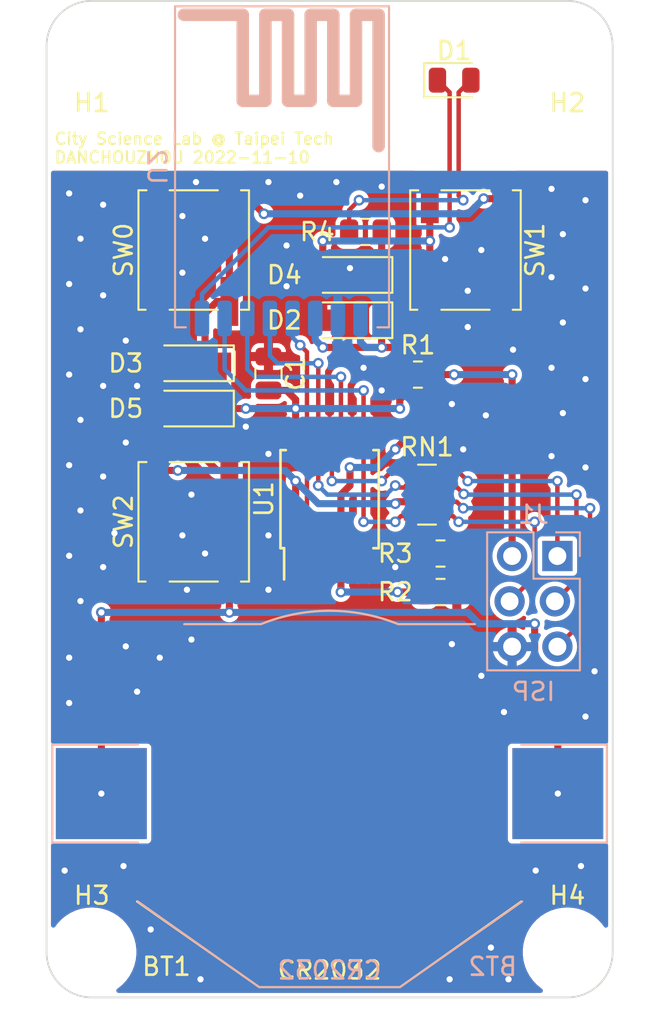
<source format=kicad_pcb>
(kicad_pcb (version 20211014) (generator pcbnew)
  (layers (0 "F.Cu" signal) (31 "B.Cu" signal) (34 "B.Paste" user) (35 "F.Paste" user) (36 "B.SilkS" user "B.Silkscreen") (37 "F.SilkS" user "F.Silkscreen") (38 "B.Mask" user) (39 "F.Mask" user) (44 "Edge.Cuts" user))
  (net 0 "")
  (net 1 "GND")
  (net 2 "VDD")
  (net 3 "/SW1")
  (net 4 "Net-(J1-Pad1)")
  (net 5 "Net-(J1-Pad3)")
  (net 6 "Net-(J1-Pad4)")
  (net 7 "Net-(J1-Pad5)")
  (net 8 "/DO")
  (net 9 "/SCK")
  (net 10 "Net-(BT1-Pad1)")
  (net 11 "Net-(J1-Pad2)")
  (net 12 "/RST")
  (net 13 "/LED")
  (net 14 "Net-(D1-Pad2)")
  (net 15 "/DI")
  (net 16 "Net-(U1-Pad2)")
  (net 17 "Net-(D3-Pad2)")
  (footprint "Diode_SMD:D_SOD-123" (layer "F.Cu") (at 8.255 22.86 180)
    (fp_text reference "D5" (at 3.81 0) (layer "F.SilkS"))
    (fp_text value "D")
    (fp_line (start -2.25 -1) (end -2.25 1) (layer "F.SilkS") (width 0.12))
    (fp_line (start -2.25 -1) (end 1.65 -1) (layer "F.SilkS") (width 0.12))
    (fp_line (start -2.25 1) (end 1.65 1) (layer "F.SilkS") (width 0.12))
    (pad "1" smd rect (at -1.65 0 180) (size 0.9 1.2) (layers "F.Cu" "F.Paste" "F.Mask") (net 2 "VDD"))
    (pad "2" smd rect (at 1.65 0 180) (size 0.9 1.2) (layers "F.Cu" "F.Paste" "F.Mask") (net 12 "/RST"))
  )
  (footprint "Button_Switch_SMD:SW_SPST_EVQP0" (layer "F.Cu") (at 23.495 13.97 -90)
    (fp_text reference "SW1" (at 0 -3.9 90) (layer "F.SilkS"))
    (fp_text value "EVQ-Q2K02W")
    (fp_line (start 3.35 3.1) (end 3.35 2.7) (layer "F.SilkS") (width 0.12))
    (fp_line (start -3.35 -3.1) (end 3.35 -3.1) (layer "F.SilkS") (width 0.12))
    (fp_line (start 3.35 -3.1) (end 3.35 -2.65) (layer "F.SilkS") (width 0.12))
    (fp_line (start -3.35 1.35) (end -3.35 -1.35) (layer "F.SilkS") (width 0.12))
    (fp_line (start -3.35 2.65) (end -3.35 3.1) (layer "F.SilkS") (width 0.12))
    (fp_line (start 3.35 -1.35) (end 3.35 1.35) (layer "F.SilkS") (width 0.12))
    (fp_line (start -3.35 -2.65) (end -3.35 -3.1) (layer "F.SilkS") (width 0.12))
    (fp_line (start -3.35 3.1) (end 3.35 3.1) (layer "F.SilkS") (width 0.12))
    (pad "1" smd rect (at -2.88 -2 270) (size 2.75 1) (layers "F.Cu" "F.Paste" "F.Mask") (net 10 "Net-(BT1-Pad1)"))
    (pad "1" smd rect (at 2.88 -2 270) (size 2.75 1) (layers "F.Cu" "F.Paste" "F.Mask") (net 10 "Net-(BT1-Pad1)"))
    (pad "2" smd rect (at 2.88 2 270) (size 2.75 1) (layers "F.Cu" "F.Paste" "F.Mask") (net 3 "/SW1"))
    (pad "2" smd rect (at -2.88 2 270) (size 2.75 1) (layers "F.Cu" "F.Paste" "F.Mask") (net 3 "/SW1"))
  )
  (footprint "Battery:BatteryHolder_Keystone_3002_1x2032" (layer "F.Cu") (at 15.875 44.45)
    (fp_text reference "BT1" (at -9.15 9.7) (layer "F.SilkS"))
    (fp_text value "Keystone_3002")
    (fp_line (start -15.55 -2.75) (end -15.55 2.75) (layer "F.SilkS") (width 0.12))
    (fp_line (start 3.95 10.85) (end 10.75 6.05) (layer "F.SilkS") (width 0.12))
    (fp_line (start -15.55 2.75) (end -10.75 2.75) (layer "F.SilkS") (width 0.12))
    (fp_line (start 15.55 -2.75) (end 10.75 -2.75) (layer "F.SilkS") (width 0.12))
    (fp_line (start 8.15 -9.5) (end 3.85 -9.5) (layer "F.SilkS") (width 0.12))
    (fp_line (start -8.15 -9.5) (end -3.85 -9.5) (layer "F.SilkS") (width 0.12))
    (fp_line (start 15.55 2.75) (end 15.55 -2.75) (layer "F.SilkS") (width 0.12))
    (fp_line (start -10.8 6.05) (end -3.95 10.85) (layer "F.SilkS") (width 0.12))
    (fp_line (start 10.75 2.75) (end 15.55 2.75) (layer "F.SilkS") (width 0.12))
    (fp_line (start -3.95 10.85) (end 3.95 10.85) (layer "F.SilkS") (width 0.12))
    (fp_line (start -10.75 -2.75) (end -15.55 -2.75) (layer "F.SilkS") (width 0.12))
    (fp_arc (start -3.846385 -9.501464) (mid 0.00195 -10.250487) (end 3.85 -9.5) (layer "F.SilkS") (width 0.12))
    (pad "1" smd rect (at 12.8 0) (size 5.1 5.1) (layers "F.Cu" "F.Paste" "F.Mask") (net 10 "Net-(BT1-Pad1)"))
    (pad "1" smd rect (at -12.8 0) (size 5.1 5.1) (layers "F.Cu" "F.Paste" "F.Mask") (net 10 "Net-(BT1-Pad1)"))
    (pad "2" smd circle (at 0 0) (size 17.8 17.8) (layers "F.Cu" "F.Mask") (net 1 "GND"))
  )
  (footprint "MountingHole:MountingHole_2.2mm_M2" (layer "F.Cu") (at 2.54 53.34)
    (fp_text reference "H3" (at 0 -3.175) (layer "F.SilkS"))
    (fp_text value "MountingHole")
    (pad "" np_thru_hole circle (at 0 0) (size 2.2 2.2) (drill 2.2) (layers *.Cu *.Mask))
  )
  (footprint "Capacitor_SMD:C_0805_2012Metric" (layer "F.Cu") (at 12.446 20.894 -90)
    (fp_text reference "C1" (at 0 -1.524 90) (layer "F.SilkS"))
    (fp_text value "100nF")
    (fp_line (start -0.261252 0.735) (end 0.261252 0.735) (layer "F.SilkS") (width 0.12))
    (fp_line (start -0.261252 -0.735) (end 0.261252 -0.735) (layer "F.SilkS") (width 0.12))
    (pad "1" smd roundrect (at -0.95 0 270) (size 1 1.45) (layers "F.Cu" "F.Paste" "F.Mask") (net 1 "GND"))
    (pad "2" smd roundrect (at 0.95 0 270) (size 1 1.45) (layers "F.Cu" "F.Paste" "F.Mask") (net 2 "VDD"))
  )
  (footprint "MountingHole:MountingHole_2.2mm_M2" (layer "F.Cu") (at 2.54 2.54)
    (fp_text reference "H1" (at 0 3.175) (layer "F.SilkS"))
    (fp_text value "MountingHole")
    (pad "" np_thru_hole circle (at 0 0) (size 2.2 2.2) (drill 2.2) (layers *.Cu *.Mask))
  )
  (footprint "Button_Switch_SMD:SW_SPST_EVQP0" (layer "F.Cu") (at 8.255 29.21 -90)
    (fp_text reference "SW2" (at 0 3.937 90) (layer "F.SilkS"))
    (fp_text value "EVQ-Q2K02W")
    (fp_line (start -3.35 -2.65) (end -3.35 -3.1) (layer "F.SilkS") (width 0.12))
    (fp_line (start 3.35 -3.1) (end 3.35 -2.65) (layer "F.SilkS") (width 0.12))
    (fp_line (start 3.35 3.1) (end 3.35 2.7) (layer "F.SilkS") (width 0.12))
    (fp_line (start -3.35 3.1) (end 3.35 3.1) (layer "F.SilkS") (width 0.12))
    (fp_line (start 3.35 -1.35) (end 3.35 1.35) (layer "F.SilkS") (width 0.12))
    (fp_line (start -3.35 1.35) (end -3.35 -1.35) (layer "F.SilkS") (width 0.12))
    (fp_line (start -3.35 2.65) (end -3.35 3.1) (layer "F.SilkS") (width 0.12))
    (fp_line (start -3.35 -3.1) (end 3.35 -3.1) (layer "F.SilkS") (width 0.12))
    (pad "1" smd rect (at 2.88 -2 270) (size 2.75 1) (layers "F.Cu" "F.Paste" "F.Mask") (net 10 "Net-(BT1-Pad1)"))
    (pad "1" smd rect (at -2.88 -2 270) (size 2.75 1) (layers "F.Cu" "F.Paste" "F.Mask") (net 10 "Net-(BT1-Pad1)"))
    (pad "2" smd rect (at -2.88 2 270) (size 2.75 1) (layers "F.Cu" "F.Paste" "F.Mask") (net 12 "/RST"))
    (pad "2" smd rect (at 2.88 2 270) (size 2.75 1) (layers "F.Cu" "F.Paste" "F.Mask") (net 12 "/RST"))
  )
  (footprint "Resistor_SMD:R_Array_Convex_4x0603" (layer "F.Cu") (at 21.336 27.686 180)
    (fp_text reference "RN1" (at 0 2.667) (layer "F.SilkS"))
    (fp_text value "4*200R")
    (fp_line (start 0.5 -1.68) (end -0.5 -1.68) (layer "F.SilkS") (width 0.12))
    (fp_line (start 0.5 1.68) (end -0.5 1.68) (layer "F.SilkS") (width 0.12))
    (pad "1" smd rect (at -0.9 -1.2 180) (size 0.8 0.5) (layers "F.Cu" "F.Paste" "F.Mask") (net 6 "Net-(J1-Pad4)"))
    (pad "2" smd rect (at -0.9 -0.4 180) (size 0.8 0.4) (layers "F.Cu" "F.Paste" "F.Mask") (net 7 "Net-(J1-Pad5)"))
    (pad "3" smd rect (at -0.9 0.4 180) (size 0.8 0.4) (layers "F.Cu" "F.Paste" "F.Mask") (net 5 "Net-(J1-Pad3)"))
    (pad "4" smd rect (at -0.9 1.2 180) (size 0.8 0.5) (layers "F.Cu" "F.Paste" "F.Mask") (net 4 "Net-(J1-Pad1)"))
    (pad "5" smd rect (at 0.9 1.2 180) (size 0.8 0.5) (layers "F.Cu" "F.Paste" "F.Mask") (net 8 "/DO"))
    (pad "6" smd rect (at 0.9 0.4 180) (size 0.8 0.4) (layers "F.Cu" "F.Paste" "F.Mask") (net 9 "/SCK"))
    (pad "7" smd rect (at 0.9 -0.4 180) (size 0.8 0.4) (layers "F.Cu" "F.Paste" "F.Mask") (net 12 "/RST"))
    (pad "8" smd rect (at 0.9 -1.2 180) (size 0.8 0.5) (layers "F.Cu" "F.Paste" "F.Mask") (net 15 "/DI"))
  )
  (footprint "Diode_SMD:D_SOD-123" (layer "F.Cu") (at 8.255 20.32 180)
    (fp_text reference "D3" (at 3.81 0) (layer "F.SilkS"))
    (fp_text value "D")
    (fp_line (start -2.25 -1) (end 1.65 -1) (layer "F.SilkS") (width 0.12))
    (fp_line (start -2.25 1) (end 1.65 1) (layer "F.SilkS") (width 0.12))
    (fp_line (start -2.25 -1) (end -2.25 1) (layer "F.SilkS") (width 0.12))
    (pad "1" smd rect (at -1.65 0 180) (size 0.9 1.2) (layers "F.Cu" "F.Paste" "F.Mask") (net 2 "VDD"))
    (pad "2" smd rect (at 1.65 0 180) (size 0.9 1.2) (layers "F.Cu" "F.Paste" "F.Mask") (net 17 "Net-(D3-Pad2)"))
  )
  (footprint "MountingHole:MountingHole_2.2mm_M2" (layer "F.Cu") (at 29.21 53.34)
    (fp_text reference "H4" (at 0 -3.175) (layer "F.SilkS"))
    (fp_text value "MountingHole")
    (pad "" np_thru_hole circle (at 0 0) (size 2.2 2.2) (drill 2.2) (layers *.Cu *.Mask))
  )
  (footprint "Resistor_SMD:R_0805_2012Metric" (layer "F.Cu") (at 22.098 30.988)
    (fp_text reference "R3" (at -2.54 0) (layer "F.SilkS"))
    (fp_text value "10K")
    (fp_line (start -0.227064 0.735) (end 0.227064 0.735) (layer "F.SilkS") (width 0.12))
    (fp_line (start -0.227064 -0.735) (end 0.227064 -0.735) (layer "F.SilkS") (width 0.12))
    (pad "1" smd roundrect (at -0.9125 0) (size 1.025 1.4) (layers "F.Cu" "F.Paste" "F.Mask") (roundrect_rratio 0.243902439) (net 12 "/RST"))
    (pad "2" smd roundrect (at 0.9125 0) (size 1.025 1.4) (layers "F.Cu" "F.Paste" "F.Mask") (roundrect_rratio 0.243902439) (net 1 "GND"))
  )
  (footprint "Button_Switch_SMD:SW_SPST_EVQP0" (layer "F.Cu") (at 8.255 13.97 -90)
    (fp_text reference "SW0" (at 0 3.937 90) (layer "F.SilkS"))
    (fp_text value "EVQ-Q2K02W")
    (fp_line (start -3.35 2.65) (end -3.35 3.1) (layer "F.SilkS") (width 0.12))
    (fp_line (start -3.35 3.1) (end 3.35 3.1) (layer "F.SilkS") (width 0.12))
    (fp_line (start -3.35 -2.65) (end -3.35 -3.1) (layer "F.SilkS") (width 0.12))
    (fp_line (start 3.35 3.1) (end 3.35 2.7) (layer "F.SilkS") (width 0.12))
    (fp_line (start 3.35 -3.1) (end 3.35 -2.65) (layer "F.SilkS") (width 0.12))
    (fp_line (start -3.35 1.35) (end -3.35 -1.35) (layer "F.SilkS") (width 0.12))
    (fp_line (start -3.35 -3.1) (end 3.35 -3.1) (layer "F.SilkS") (width 0.12))
    (fp_line (start 3.35 -1.35) (end 3.35 1.35) (layer "F.SilkS") (width 0.12))
    (pad "1" smd rect (at -2.88 -2 270) (size 2.75 1) (layers "F.Cu" "F.Paste" "F.Mask") (net 10 "Net-(BT1-Pad1)"))
    (pad "1" smd rect (at 2.88 -2 270) (size 2.75 1) (layers "F.Cu" "F.Paste" "F.Mask") (net 10 "Net-(BT1-Pad1)"))
    (pad "2" smd rect (at 2.88 2 270) (size 2.75 1) (layers "F.Cu" "F.Paste" "F.Mask") (net 17 "Net-(D3-Pad2)"))
    (pad "2" smd rect (at -2.88 2 270) (size 2.75 1) (layers "F.Cu" "F.Paste" "F.Mask") (net 17 "Net-(D3-Pad2)"))
  )
  (footprint "Package_SO:SOIC-8W_5.3x5.3mm_P1.27mm" (layer "F.Cu") (at 15.875 27.94 90)
    (fp_text reference "U1" (at 0 -3.68 90) (layer "F.SilkS"))
    (fp_text value "ATtiny85-20S")
    (fp_line (start -2.75 2.755) (end -2.75 2.455) (layer "F.SilkS") (width 0.15))
    (fp_line (start -2.75 -2.755) (end -2.75 -2.55) (layer "F.SilkS") (width 0.15))
    (fp_line (start 2.75 -2.755) (end 2.75 -2.455) (layer "F.SilkS") (width 0.15))
    (fp_line (start -2.75 2.755) (end 2.75 2.755) (layer "F.SilkS") (width 0.15))
    (fp_line (start 2.75 2.755) (end 2.75 2.455) (layer "F.SilkS") (width 0.15))
    (fp_line (start -2.75 -2.55) (end -4.5 -2.55) (layer "F.SilkS") (width 0.15))
    (fp_line (start -2.75 -2.755) (end 2.75 -2.755) (layer "F.SilkS") (width 0.15))
    (pad "1" smd rect (at -3.65 -1.905 90) (size 1.7 0.65) (layers "F.Cu" "F.Paste" "F.Mask") (net 12 "/RST"))
    (pad "2" smd rect (at -3.65 -0.635 90) (size 1.7 0.65) (layers "F.Cu" "F.Paste" "F.Mask") (net 16 "Net-(U1-Pad2)"))
    (pad "3" smd rect (at -3.65 0.635 90) (size 1.7 0.65) (layers "F.Cu" "F.Paste" "F.Mask") (net 3 "/SW1"))
    (pad "4" smd rect (at -3.65 1.905 90) (size 1.7 0.65) (layers "F.Cu" "F.Paste" "F.Mask") (net 1 "GND"))
    (pad "5" smd rect (at 3.65 1.905 90) (size 1.7 0.65) (layers "F.Cu" "F.Paste" "F.Mask") (net 15 "/DI"))
    (pad "6" smd rect (at 3.65 0.635 90) (size 1.7 0.65) (layers "F.Cu" "F.Paste" "F.Mask") (net 8 "/DO"))
    (pad "7" smd rect (at 3.65 -0.635 90) (size 1.7 0.65) (layers "F.Cu" "F.Paste" "F.Mask") (net 9 "/SCK"))
    (pad "8" smd rect (at 3.65 -1.905 90) (size 1.7 0.65) (layers "F.Cu" "F.Paste" "F.Mask") (net 2 "VDD"))
  )
  (footprint "Diode_SMD:D_SOD-123" (layer "F.Cu") (at 17.145 15.367 180)
    (fp_text reference "D4" (at 3.81 0) (layer "F.SilkS"))
    (fp_text value "D")
    (fp_line (start -2.25 -1) (end 1.65 -1) (layer "F.SilkS") (width 0.12))
    (fp_line (start -2.25 -1) (end -2.25 1) (layer "F.SilkS") (width 0.12))
    (fp_line (start -2.25 1) (end 1.65 1) (layer "F.SilkS") (width 0.12))
    (pad "1" smd rect (at -1.65 0 180) (size 0.9 1.2) (layers "F.Cu" "F.Paste" "F.Mask") (net 2 "VDD"))
    (pad "2" smd rect (at 1.65 0 180) (size 0.9 1.2) (layers "F.Cu" "F.Paste" "F.Mask") (net 3 "/SW1"))
  )
  (footprint "Diode_SMD:D_SOD-123" (layer "F.Cu") (at 17.145 17.907 180)
    (fp_text reference "D2" (at 3.81 0) (layer "F.SilkS"))
    (fp_text value "3.3V")
    (fp_line (start -2.25 1) (end 1.65 1) (layer "F.SilkS") (width 0.12))
    (fp_line (start -2.25 -1) (end -2.25 1) (layer "F.SilkS") (width 0.12))
    (fp_line (start -2.25 -1) (end 1.65 -1) (layer "F.SilkS") (width 0.12))
    (pad "1" smd rect (at -1.65 0 180) (size 0.9 1.2) (layers "F.Cu" "F.Paste" "F.Mask") (net 2 "VDD"))
    (pad "2" smd rect (at 1.65 0 180) (size 0.9 1.2) (layers "F.Cu" "F.Paste" "F.Mask") (net 1 "GND"))
  )
  (footprint "LED_SMD:LED_0805_2012Metric" (layer "F.Cu") (at 22.86 4.445)
    (fp_text reference "D1" (at 0 -1.65) (layer "F.SilkS"))
    (fp_text value "LTST-C170KFKT")
    (fp_line (start -1.685 -0.96) (end -1.685 0.96) (layer "F.SilkS") (width 0.12))
    (fp_line (start 1 -0.96) (end -1.685 -0.96) (layer "F.SilkS") (width 0.12))
    (fp_line (start -1.685 0.96) (end 1 0.96) (layer "F.SilkS") (width 0.12))
    (pad "1" smd roundrect (at -0.9375 0) (size 0.975 1.4) (layers "F.Cu" "F.Paste" "F.Mask") (net 13 "/LED"))
    (pad "2" smd roundrect (at 0.9375 0) (size 0.975 1.4) (layers "F.Cu" "F.Paste" "F.Mask") (net 14 "Net-(D1-Pad2)"))
  )
  (footprint "Resistor_SMD:R_0805_2012Metric" (layer "F.Cu") (at 22.098 33.147)
    (fp_text reference "R2" (at -2.54 0) (layer "F.SilkS"))
    (fp_text value "10K")
    (fp_line (start -0.227064 0.735) (end 0.227064 0.735) (layer "F.SilkS") (width 0.12))
    (fp_line (start -0.227064 -0.735) (end 0.227064 -0.735) (layer "F.SilkS") (width 0.12))
    (pad "1" smd roundrect (at -0.9125 0) (size 1.025 1.4) (layers "F.Cu" "F.Paste" "F.Mask") (roundrect_rratio 0.243902439) (net 3 "/SW1"))
    (pad "2" smd roundrect (at 0.9125 0) (size 1.025 1.4) (layers "F.Cu" "F.Paste" "F.Mask") (roundrect_rratio 0.243902439) (net 1 "GND"))
  )
  (footprint "Resistor_SMD:R_0805_2012Metric" (layer "F.Cu") (at 17.8835 12.954 180)
    (fp_text reference "R4" (at 2.7 0) (layer "F.SilkS"))
    (fp_text value "22R")
    (fp_line (start -0.227064 0.735) (end 0.227064 0.735) (layer "F.SilkS") (width 0.12))
    (fp_line (start -0.227064 -0.735) (end 0.227064 -0.735) (layer "F.SilkS") (width 0.12))
    (pad "1" smd roundrect (at -0.9125 0 180) (size 1.025 1.4) (layers "F.Cu" "F.Paste" "F.Mask") (roundrect_rratio 0.243902439) (net 2 "VDD"))
    (pad "2" smd roundrect (at 0.9125 0 180) (size 1.025 1.4) (layers "F.Cu" "F.Paste" "F.Mask") (roundrect_rratio 0.243902439) (net 14 "Net-(D1-Pad2)"))
  )
  (footprint "MountingHole:MountingHole_2.2mm_M2" (layer "F.Cu") (at 29.21 2.54)
    (fp_text reference "H2" (at 0 3.175) (layer "F.SilkS"))
    (fp_text value "MountingHole")
    (pad "" np_thru_hole circle (at 0 0) (size 2.2 2.2) (drill 2.2) (layers *.Cu *.Mask))
  )
  (footprint "Resistor_SMD:R_0805_2012Metric" (layer "F.Cu") (at 20.828 20.955 180)
    (fp_text reference "R1" (at 0 1.651) (layer "F.SilkS"))
    (fp_text value "36R")
    (fp_line (start -0.227064 -0.735) (end 0.227064 -0.735) (layer "F.SilkS") (width 0.12))
    (fp_line (start -0.227064 0.735) (end 0.227064 0.735) (layer "F.SilkS") (width 0.12))
    (pad "1" smd roundrect (at -0.9125 0 180) (size 1.025 1.4) (layers "F.Cu" "F.Paste" "F.Mask") (roundrect_rratio 0.243902439) (net 11 "Net-(J1-Pad2)"))
    (pad "2" smd roundrect (at 0.9125 0 180) (size 1.025 1.4) (layers "F.Cu" "F.Paste" "F.Mask") (roundrect_rratio 0.243902439) (net 2 "VDD"))
  )
  (footprint "Battery:BatteryHolder_Keystone_3002_1x2032" (layer "B.Cu") (at 15.875 44.45 180)
    (fp_text reference "BT2" (at -9.15 -9.7) (layer "B.SilkS") (effects (justify mirror)))
    (fp_text value " ")
    (fp_line (start -15.55 2.75) (end -15.55 -2.75) (layer "B.SilkS") (width 0.12))
    (fp_line (start 15.55 2.75) (end 10.75 2.75) (layer "B.SilkS") (width 0.12))
    (fp_line (start -10.8 -6.05) (end -3.95 -10.85) (layer "B.SilkS") (width 0.12))
    (fp_line (start -3.95 -10.85) (end 3.95 -10.85) (layer "B.SilkS") (width 0.12))
    (fp_line (start 3.95 -10.85) (end 10.75 -6.05) (layer "B.SilkS") (width 0.12))
    (fp_line (start 10.75 -2.75) (end 15.55 -2.75) (layer "B.SilkS") (width 0.12))
    (fp_line (start 15.55 -2.75) (end 15.55 2.75) (layer "B.SilkS") (width 0.12))
    (fp_line (start -15.55 -2.75) (end -10.75 -2.75) (layer "B.SilkS") (width 0.12))
    (fp_line (start 8.15 9.5) (end 3.85 9.5) (layer "B.SilkS") (width 0.12))
    (fp_line (start -10.75 2.75) (end -15.55 2.75) (layer "B.SilkS") (width 0.12))
    (fp_line (start -8.15 9.5) (end -3.85 9.5) (layer "B.SilkS") (width 0.12))
    (fp_arc (start 3.85 9.5) (mid 0.00195 10.250488) (end -3.846385 9.501464) (layer "B.SilkS") (width 0.12))
    (pad "1" smd rect (at 12.8 0 180) (size 5.1 5.1) (layers "B.Cu" "B.Paste" "B.Mask") (net 10 "Net-(BT1-Pad1)"))
    (pad "1" smd rect (at -12.8 0 180) (size 5.1 5.1) (layers "B.Cu" "B.Paste" "B.Mask") (net 10 "Net-(BT1-Pad1)"))
    (pad "2" smd circle (at 0 0 180) (size 17.8 17.8) (layers "B.Cu" "B.Mask") (net 1 "GND"))
  )
  (footprint "Connector_PinHeader_2.54mm:PinHeader_2x03_P2.54mm_Vertical" (layer "B.Cu") (at 28.58 31.13 180)
    (fp_text reference "J1" (at 1.27 2.33) (layer "B.SilkS") (effects (justify mirror)))
    (fp_text value "ICSP")
    (fp_line (start -1.33 -1.27) (end 1.27 -1.27) (layer "B.SilkS") (width 0.12))
    (fp_line (start 1.27 1.33) (end 3.87 1.33) (layer "B.SilkS") (width 0.12))
    (fp_line (start 1.27 -1.27) (end 1.27 1.33) (layer "B.SilkS") (width 0.12))
    (fp_line (start 3.87 1.33) (end 3.87 -6.41) (layer "B.SilkS") (width 0.12))
    (fp_line (start -1.33 0) (end -1.33 1.33) (layer "B.SilkS") (width 0.12))
    (fp_line (start -1.33 -6.41) (end 3.87 -6.41) (layer "B.SilkS") (width 0.12))
    (fp_line (start -1.33 1.33) (end 0 1.33) (layer "B.SilkS") (width 0.12))
    (fp_line (start -1.33 -1.27) (end -1.33 -6.41) (layer "B.SilkS") (width 0.12))
    (pad "1" thru_hole rect (at -0.07 0 180) (size 1.7 1.7) (drill 1) (layers *.Cu *.Mask) (net 4 "Net-(J1-Pad1)"))
    (pad "2" thru_hole oval (at 2.47 0 180) (size 1.7 1.7) (drill 1) (layers *.Cu *.Mask) (net 11 "Net-(J1-Pad2)"))
    (pad "3" thru_hole oval (at 0.07 -2.54 180) (size 1.7 1.7) (drill 1) (layers *.Cu *.Mask) (net 5 "Net-(J1-Pad3)"))
    (pad "4" thru_hole oval (at 2.61 -2.54 180) (size 1.7 1.7) (drill 1) (layers *.Cu *.Mask) (net 6 "Net-(J1-Pad4)"))
    (pad "5" thru_hole oval (at -0.07 -5.08 180) (size 1.7 1.7) (drill 1) (layers *.Cu *.Mask) (net 7 "Net-(J1-Pad5)"))
    (pad "6" thru_hole oval (at 2.47 -5.08 180) (size 1.7 1.7) (drill 1) (layers *.Cu *.Mask) (net 1 "GND"))
  )
  (footprint "NF-03:Ai-Thinker-NF-03" (layer "B.Cu") (at 17.608 18.305 180)
    (fp_text reference "U2" (at 11.43 9 270 unlocked) (layer "B.SilkS") (effects (justify mirror)))
    (fp_text value "Ai-Thinker NF-03")
    (fp_line (start -1.6 18) (end -1.6 0) (layer "B.SilkS") (width 0.12))
    (fp_line (start -1.016 17.526) (end 0.254 17.526) (layer "B.SilkS") (width 0.7))
    (fp_line (start 10.4 0) (end 9.8 0) (layer "B.SilkS") (width 0.12))
    (fp_line (start 4.064 17.526) (end 5.334 17.526) (layer "B.SilkS") (width 0.7))
    (fp_line (start -1.016 10.16) (end -1.016 17.526) (layer "B.SilkS") (width 0.7))
    (fp_line (start -1.6 18) (end 10.4 18) (layer "B.SilkS") (width 0.12))
    (fp_line (start 5.334 17.526) (end 5.334 12.7) (layer "B.SilkS") (width 0.7))
    (fp_line (start 0.254 17.526) (end 0.254 12.7) (layer "B.SilkS") (width 0.7))
    (fp_line (start 1.524 12.7) (end 1.524 17.526) (layer "B.SilkS") (width 0.7))
    (fp_line (start 2.794 12.7) (end 4.064 12.7) (layer "B.SilkS") (width 0.7))
    (fp_line (start 2.794 17.526) (end 2.794 12.7) (layer "B.SilkS") (width 0.7))
    (fp_line (start -0.95 0) (end -1.6 0) (layer "B.SilkS") (width 0.12))
    (fp_line (start 5.334 12.7) (end 6.604 12.7) (layer "B.SilkS") (width 0.7))
    (fp_line (start 1.524 17.526) (end 2.794 17.526) (layer "B.SilkS") (width 0.7))
    (fp_line (start 10.4 18) (end 10.4 0) (layer "B.SilkS") (width 0.12))
    (fp_line (start 0.254 12.7) (end 1.524 12.7) (layer "B.SilkS") (width 0.7))
    (fp_line (start 4.064 12.7) (end 4.064 17.526) (layer "B.SilkS") (width 0.7))
    (fp_line (start 6.604 12.7) (end 6.604 17.526) (layer "B.SilkS") (width 0.7))
    (fp_line (start 6.604 17.526) (end 9.906 17.526) (layer "B.SilkS") (width 0.7))
    (fp_line (start 5.334 17.526) (end 5.334 12.7) (layer "F.SilkS") (width 0.7))
    (fp_line (start 4.064 17.526) (end 5.334 17.526) (layer "F.SilkS") (width 0.7))
    (fp_line (start 4.064 12.7) (end 4.064 17.526) (layer "F.SilkS") (width 0.7))
    (fp_line (start -1.016 10.16) (end -1.016 17.526) (layer "F.SilkS") (width 0.7))
    (fp_line (start 2.794 17.526) (end 2.794 12.7) (layer "F.SilkS") (width 0.7))
    (fp_line (start 2.794 12.7) (end 4.064 12.7) (layer "F.SilkS") (width 0.7))
    (fp_line (start 6.604 17.526) (end 9.906 17.526) (layer "F.SilkS") (width 0.7))
    (fp_line (start 1.524 17.526) (end 2.794 17.526) (layer "F.SilkS") (width 0.7))
    (fp_line (start 0.254 17.526) (end 0.254 12.7) (layer "F.SilkS") (width 0.7))
    (fp_line (start 0.254 12.7) (end 1.524 12.7) (layer "F.SilkS") (width 0.7))
    (fp_line (start 1.524 12.7) (end 1.524 17.526) (layer "F.SilkS") (width 0.7))
    (fp_line (start 6.604 12.7) (end 6.604 17.526) (layer "F.SilkS") (width 0.7))
    (fp_line (start 5.334 12.7) (end 6.604 12.7) (layer "F.SilkS") (width 0.7))
    (fp_line (start -1.016 17.526) (end 0.254 17.526) (layer "F.SilkS") (width 0.7))
    (pad "1" smd roundrect (at 0 0.5 180) (size 0.813 2) (layers "B.Cu" "B.Paste" "B.Mask") (net 2 "VDD"))
    (pad "2" smd roundrect (at 1.27 0.5 180) (size 0.813 2) (layers "B.Cu" "B.Paste" "B.Mask") (net 1 "GND"))
    (pad "3" smd roundrect (at 2.54 0.5 180) (size 0.813 2) (layers "B.Cu" "B.Paste" "B.Mask") (net 2 "VDD"))
    (pad "4" smd roundrect (at 3.81 0.5 180) (size 0.813 2) (layers "B.Cu" "B.Paste" "B.Mask") (net 16 "Net-(U1-Pad2)"))
    (pad "5" smd roundrect (at 5.08 0.5 180) (size 0.813 2) (layers "B.Cu" "B.Paste" "B.Mask") (net 9 "/SCK"))
    (pad "6" smd roundrect (at 6.35 0.5 180) (size 0.813 2) (layers "B.Cu" "B.Paste" "B.Mask") (net 8 "/DO"))
    (pad "7" smd roundrect (at 7.62 0.5 180) (size 0.813 2) (layers "B.Cu" "B.Paste" "B.Mask") (net 15 "/DI"))
    (pad "8" smd roundrect (at 8.89 0.5 180) (size 0.813 2) (layers "B.Cu" "B.Paste" "B.Mask") (net 13 "/LED"))
  )
  (gr_arc (start 31.75 53.34) (mid 31.006051 55.136051) (end 29.21 55.88) (layer "Edge.Cuts") (width 0.1))
  (gr_arc (start 2.54 55.88) (mid 0.743949 55.136051) (end 0 53.34) (layer "Edge.Cuts") (width 0.1))
  (gr_line (start 2.54 0) (end 29.21 0) (layer "Edge.Cuts") (width 0.1))
  (gr_line (start 31.75 2.54) (end 31.75 53.34) (layer "Edge.Cuts") (width 0.1))
  (gr_line (start 0 53.34) (end 0 2.54) (layer "Edge.Cuts") (width 0.1))
  (gr_line (start 29.21 55.88) (end 2.54 55.88) (layer "Edge.Cuts") (width 0.1))
  (gr_arc (start 29.21 0) (mid 31.006051 0.743949) (end 31.75 2.54) (layer "Edge.Cuts") (width 0.1))
  (gr_arc (start 0 2.54) (mid 0.743949 0.743949) (end 2.54 0) (layer "Edge.Cuts") (width 0.1))
  (gr_text "ISP" (at 27.305 38.735) (layer "B.SilkS") (effects (font (size 1 1)) (justify mirror)))
  (gr_text "CR2032" (at 15.875 54.356) (layer "B.SilkS") (effects (font (size 1 1)) (justify mirror)))
  (gr_text "CR2032" (at 15.875 54.356) (layer "F.SilkS") (effects (font (size 1 1))))
  (gr_text "City Science Lab @ Taipei Tech\nDANCHOUZHOU 2022-11-10" (at 0.381 8.255) (layer "F.SilkS") (effects (font (size 0.65 0.65) (thickness 0.12)) (justify left)))
  (via (at 27.432 48.768) (size 0.6) (drill 0.35) (layers "F.Cu" "B.Cu") (net 1))
  (via (at 28.321 25.527) (size 0.6) (drill 0.35) (layers "F.Cu" "B.Cu") (net 1))
  (via (at 1.016 48.768) (size 0.6) (drill 0.35) (layers "F.Cu" "B.Cu") (net 1))
  (via (at 30.226 21.209) (size 0.6) (drill 0.35) (layers "F.Cu" "B.Cu") (net 1))
  (via (at 3.81 29.845) (size 0.6) (drill 0.35) (layers "F.Cu" "B.Cu") (net 1))
  (via (at 14.224 10.922) (size 0.6) (drill 0.35) (layers "F.Cu" "B.Cu") (net 1))
  (via (at 18.796 10.414) (size 0.6) (drill 0.35) (layers "F.Cu" "B.Cu") (net 1))
  (via (at 1.27 39.37) (size 0.6) (drill 0.35) (layers "F.Cu" "B.Cu") (net 1))
  (via (at 12.446 29.972) (size 0.6) (drill 0.35) (layers "F.Cu" "B.Cu") (net 1))
  (via (at 28.321 15.494) (size 0.6) (drill 0.35) (layers "F.Cu" "B.Cu") (net 1))
  (via (at 24.384 37.846) (size 0.6) (drill 0.35) (layers "F.Cu" "B.Cu") (net 1))
  (via (at 12.446 33.02) (size 0.6) (drill 0.35) (layers "F.Cu" "B.Cu") (net 1))
  (via (at 24.384 13.97) (size 0.6) (drill 0.35) (layers "F.Cu" "B.Cu") (net 1))
  (via (at 5.08 38.735) (size 0.6) (drill 0.35) (layers "F.Cu" "B.Cu") (net 1))
  (via (at 30.226 16.129) (size 0.6) (drill 0.35) (layers "F.Cu" "B.Cu") (net 1))
  (via (at 18.796 21.844) (size 0.6) (drill 0.35) (layers "F.Cu" "B.Cu") (net 1))
  (via (at 4.445 19.05) (size 0.6) (drill 0.35) (layers "F.Cu" "B.Cu") (net 1))
  (via (at 3.175 16.51) (size 0.6) (drill 0.35) (layers "F.Cu" "B.Cu") (net 1))
  (via (at 30.226 11.176) (size 0.6) (drill 0.35) (layers "F.Cu" "B.Cu") (net 1))
  (via (at 29.972 48.514) (size 0.6) (drill 0.35) (layers "F.Cu" "B.Cu") (net 1))
  (via (at 22.352 14.478) (size 0.6) (drill 0.35) (layers "F.Cu" "B.Cu") (net 1))
  (via (at 23.622 18.288) (size 0.6) (drill 0.35) (layers "F.Cu" "B.Cu") (net 1))
  (via (at 24.920752 53.086) (size 0.6) (drill 0.35) (layers "F.Cu" "B.Cu") (net 1))
  (via (at 7.62 29.972) (size 0.6) (drill 0.35) (layers "F.Cu" "B.Cu") (net 1))
  (via (at 17.018 14.986) (size 0.6) (drill 0.35) (layers "F.Cu" "B.Cu") (net 1))
  (via (at 5.08 21.59) (size 0.6) (drill 0.35) (layers "F.Cu" "B.Cu") (net 1))
  (via (at 23.368 25.146) (size 0.6) (drill 0.35) (layers "F.Cu" "B.Cu") (net 1))
  (via (at 11.176 23.876) (size 0.6) (drill 0.35) (layers "F.Cu" "B.Cu") (net 1))
  (via (at 8.89 13.335) (size 0.6) (drill 0.35) (layers "F.Cu" "B.Cu") (net 1))
  (via (at 7.874 33.02) (size 0.6) (drill 0.35) (layers "F.Cu" "B.Cu") (net 1))
  (via (at 1.27 10.795) (size 0.6) (drill 0.35) (layers "F.Cu" "B.Cu") (net 1))
  (via (at 25.908 54.864) (size 0.6) (drill 0.35) (layers "F.Cu" "B.Cu") (net 1))
  (via (at 30.734 37.592) (size 0.6) (drill 0.35) (layers "F.Cu" "B.Cu") (net 1))
  (via (at 30.226 26.162) (size 0.6) (drill 0.35) (layers "F.Cu" "B.Cu") (net 1))
  (via (at 1.905 13.335) (size 0.6) (drill 0.35) (layers "F.Cu" "B.Cu") (net 1))
  (via (at 1.905 18.415) (size 0.6) (drill 0.35) (layers "F.Cu" "B.Cu") (net 1))
  (via (at 1.905 33.655) (size 0.6) (drill 0.35) (layers "F.Cu" "B.Cu") (net 1))
  (via (at 1.905 28.575) (size 0.6) (drill 0.35) (layers "F.Cu" "B.Cu") (net 1))
  (via (at 1.27 31.115) (size 0.6) (drill 0.35) (layers "F.Cu" "B.Cu") (net 1))
  (via (at 4.445 36.195) (size 0.6) (drill 0.35) (layers "F.Cu" "B.Cu") (net 1))
  (via (at 22.606 54.864) (size 0.6) (drill 0.35) (layers "F.Cu" "B.Cu") (net 1))
  (via (at 28.956 18.034) (size 0.6) (drill 0.35) (layers "F.Cu" "B.Cu") (net 1))
  (via (at 26.162 19.558) (size 0.6) (drill 0.35) (layers "F.Cu" "B.Cu") (net 1))
  (via (at 5.842 52.07) (size 0.6) (drill 0.35) (layers "F.Cu" "B.Cu") (net 1))
  (via (at 3.175 26.67) (size 0.6) (drill 0.35) (layers "F.Cu" "B.Cu") (net 1))
  (via (at 1.27 15.875) (size 0.6) (drill 0.35) (layers "F.Cu" "B.Cu") (net 1))
  (via (at 25.654 39.878) (size 0.6) (drill 0.35) (layers "F.Cu" "B.Cu") (net 1))
  (via (at 23.622 16.256) (size 0.6) (drill 0.35) (layers "F.Cu" "B.Cu") (net 1))
  (via (at 8.636 54.864) (size 0.6) (drill 0.35) (layers "F.Cu" "B.Cu") (net 1))
  (via (at 28.956 13.081) (size 0.6) (drill 0.35) (layers "F.Cu" "B.Cu") (net 1))
  (via (at 8.128 35.814) (size 0.6) (drill 0.35) (layers "F.Cu" "B.Cu") (net 1))
  (via (at 6.35 36.83) (size 0.6) (drill 0.35) (layers "F.Cu" "B.Cu") (net 1))
  (via (at 3.175 21.59) (size 0.6) (drill 0.35) (layers "F.Cu" "B.Cu") (net 1))
  (via (at 8.382 10.16) (size 0.6) (drill 0.35) (layers "F.Cu" "B.Cu") (net 1))
  (via (at 12.446 10.16) (size 0.6) (drill 0.35) (layers "F.Cu" "B.Cu") (net 1))
  (via (at 7.62 12.065) (size 0.6) (drill 0.35) (layers "F.Cu" "B.Cu") (net 1))
  (via (at 1.27 26.035) (size 0.6) (drill 0.35) (layers "F.Cu" "B.Cu") (net 1))
  (via (at 12.446 25.4) (size 0.6) (drill 0.35) (layers "F.Cu" "B.Cu") (net 1))
  (via (at 4.445 24.765) (size 0.6) (drill 0.35) (layers "F.Cu" "B.Cu") (net 1))
  (via (at 1.27 36.83) (size 0.6) (drill 0.35) (layers "F.Cu" "B.Cu") (net 1))
  (via (at 19.558 31.75) (size 0.6) (drill 0.35) (layers "F.Cu" "B.Cu") (net 1))
  (via (at 7.62 15.24) (size 0.6) (drill 0.35) (layers "F.Cu" "B.Cu") (net 1))
  (via (at 13.462 16.002) (size 0.6) (drill 0.35) (layers "F.Cu" "B.Cu") (net 1))
  (via (at 1.905 23.495) (size 0.6) (drill 0.35) (layers "F.Cu" "B.Cu") (net 1))
  (via (at 24.638 23.241) (size 0.6) (drill 0.35) (layers "F.Cu" "B.Cu") (net 1))
  (via (at 8.89 30.988) (size 0.6) (drill 0.35) (layers "F.Cu" "B.Cu") (net 1))
  (via (at 3.175 31.75) (size 0.6) (drill 0.35) (layers "F.Cu" "B.Cu") (net 1))
  (via (at 16.256 10.16) (size 0.6) (drill 0.35) (layers "F.Cu" "B.Cu") (net 1))
  (via (at 28.956 23.114) (size 0.6) (drill 0.35) (layers "F.Cu" "B.Cu") (net 1))
  (via (at 17.78 20.574) (size 0.6) (drill 0.35) (layers "F.Cu" "B.Cu") (net 1))
  (via (at 3.175 11.43) (size 0.6) (drill 0.35) (layers "F.Cu" "B.Cu") (net 1))
  (via (at 13.462 13.716) (size 0.6) (drill 0.35) (layers "F.Cu" "B.Cu") (net 1))
  (via (at 22.733 36.068) (size 0.6) (drill 0.35) (layers "F.Cu" "B.Cu") (net 1))
  (via (at 28.321 20.574) (size 0.6) (drill 0.35) (layers "F.Cu" "B.Cu") (net 1))
  (via (at 1.27 20.955) (size 0.6) (drill 0.35) (layers "F.Cu" "B.Cu") (net 1))
  (via (at 4.318 48.514) (size 0.6) (drill 0.35) (layers "F.Cu" "B.Cu") (net 1))
  (via (at 30.226 40.132) (size 0.6) (drill 0.35) (layers "F.Cu" "B.Cu") (net 1))
  (via (at 28.321 10.541) (size 0.6) (drill 0.35) (layers "F.Cu" "B.Cu") (net 1))
  (via (at 22.733 22.606) (size 0.6) (drill 0.35) (layers "F.Cu" "B.Cu") (net 1))
  (via (at 8.128 27.686) (size 0.6) (drill 0.35) (layers "F.Cu" "B.Cu") (net 1))
  (segment (start 13.97 22.86) (end 13.97 22.352) (width 0.4) (layer "F.Cu") (net 2))
  (segment (start 13.97 24.29) (end 13.97 22.86) (width 0.4) (layer "F.Cu") (net 2))
  (segment (start 9.905 22.86) (end 11.176 22.86) (width 0.4) (layer "F.Cu") (net 2))
  (segment (start 19.939 20.9785) (end 19.9155 20.955) (width 0.4) (layer "F.Cu") (net 2))
  (segment (start 19.939 22.225) (end 19.939 20.9785) (width 0.4) (layer "F.Cu") (net 2))
  (segment (start 18.796 15.366) (end 18.795 15.367) (width 0.4) (layer "F.Cu") (net 2))
  (segment (start 18.795 15.367) (end 18.795 17.907) (width 0.4) (layer "F.Cu") (net 2))
  (segment (start 18.796 12.954) (end 18.796 15.366) (width 0.4) (layer "F.Cu") (net 2))
  (segment (start 19.431 19.431) (end 19.9155 19.9155) (width 0.4) (layer "F.Cu") (net 2))
  (segment (start 18.795 19.43) (end 18.796 19.431) (width 0.4) (layer "F.Cu") (net 2))
  (segment (start 13.97 22.352) (end 13.462 21.844) (width 0.4) (layer "F.Cu") (net 2))
  (segment (start 18.796 19.431) (end 19.431 19.431) (width 0.4) (layer "F.Cu") (net 2))
  (segment (start 13.462 21.844) (end 12.446 21.844) (width 0.4) (layer "F.Cu") (net 2))
  (segment (start 9.905 20.32) (end 9.905 22.86) (width 0.4) (layer "F.Cu") (net 2))
  (segment (start 15.494 19.431) (end 18.796 19.431) (width 0.4) (layer "F.Cu") (net 2))
  (segment (start 18.795 17.907) (end 18.795 19.43) (width 0.4) (layer "F.Cu") (net 2))
  (segment (start 19.812 22.86) (end 19.812 22.352) (width 0.4) (layer "F.Cu") (net 2))
  (segment (start 19.9155 19.9155) (end 19.9155 20.955) (width 0.4) (layer "F.Cu") (net 2))
  (segment (start 19.812 22.352) (end 19.939 22.225) (width 0.4) (layer "F.Cu") (net 2))
  (via (at 13.97 22.86) (size 0.6) (drill 0.35) (layers "F.Cu" "B.Cu") (net 2))
  (via (at 15.494 19.431) (size 0.6) (drill 0.35) (layers "F.Cu" "B.Cu") (net 2))
  (via (at 11.176 22.86) (size 0.6) (drill 0.35) (layers "F.Cu" "B.Cu") (net 2))
  (via (at 18.796 19.431) (size 0.6) (drill 0.35) (layers "F.Cu" "B.Cu") (net 2))
  (via (at 19.812 22.86) (size 0.6) (drill 0.35) (layers "F.Cu" "B.Cu") (net 2))
  (segment (start 17.907 19.431) (end 17.608 19.132) (width 0.4) (layer "B.Cu") (net 2))
  (segment (start 11.176 22.86) (end 13.97 22.86) (width 0.4) (layer "B.Cu") (net 2))
  (segment (start 17.608 19.132) (end 17.608 17.805) (width 0.4) (layer "B.Cu") (net 2))
  (segment (start 13.97 22.86) (end 19.812 22.86) (width 0.4) (layer "B.Cu") (net 2))
  (segment (start 15.494 19.431) (end 15.068 19.005) (width 0.4) (layer "B.Cu") (net 2))
  (segment (start 18.796 19.431) (end 17.907 19.431) (width 0.4) (layer "B.Cu") (net 2))
  (segment (start 15.068 19.005) (end 15.068 17.805) (width 0.4) (layer "B.Cu") (net 2))
  (segment (start 16.51 31.59) (end 16.51 27.686) (width 0.4) (layer "F.Cu") (net 3))
  (segment (start 15.494 15.366) (end 15.495 15.367) (width 0.4) (layer "F.Cu") (net 3))
  (segment (start 20.828 19.812) (end 20.828 23.114) (width 0.4) (layer "F.Cu") (net 3))
  (segment (start 19.685 33.147) (end 21.1855 33.147) (width 0.4) (layer "F.Cu") (net 3))
  (segment (start 20.828 23.114) (end 20.828 23.876) (width 0.4) (layer "F.Cu") (net 3))
  (segment (start 20.828 23.876) (end 19.558 25.146) (width 0.4) (layer "F.Cu") (net 3))
  (segment (start 21.495 16.85) (end 21.495 19.145) (width 0.4) (layer "F.Cu") (net 3))
  (segment (start 15.494 13.462) (end 15.494 15.366) (width 0.4) (layer "F.Cu") (net 3))
  (segment (start 17.018 27.178) (end 17.018 26.162) (width 0.4) (layer "F.Cu") (net 3))
  (segment (start 21.495 11.09) (end 21.495 16.85) (width 0.4) (layer "F.Cu") (net 3))
  (segment (start 16.51 31.59) (end 16.51 33.147) (width 0.4) (layer "F.Cu") (net 3))
  (segment (start 21.495 19.145) (end 20.828 19.812) (width 0.4) (layer "F.Cu") (net 3))
  (segment (start 16.51 27.686) (end 17.018 27.178) (width 0.4) (layer "F.Cu") (net 3))
  (via (at 16.51 33.147) (size 0.6) (drill 0.35) (layers "F.Cu" "B.Cu") (net 3))
  (via (at 19.558 25.146) (size 0.6) (drill 0.35) (layers "F.Cu" "B.Cu") (net 3))
  (via (at 17.018 26.162) (size 0.6) (drill 0.35) (layers "F.Cu" "B.Cu") (net 3))
  (via (at 15.494 13.462) (size 0.6) (drill 0.35) (layers "F.Cu" "B.Cu") (net 3))
  (via (at 21.495 13.462) (size 0.6) (drill 0.35) (layers "F.Cu" "B.Cu") (net 3))
  (via (at 19.685 33.147) (size 0.6) (drill 0.35) (layers "F.Cu" "B.Cu") (net 3))
  (segment (start 21.495 13.462) (end 15.494 13.462) (width 0.4) (layer "B.Cu") (net 3))
  (segment (start 17.018 26.162) (end 18.542 26.162) (width 0.4) (layer "B.Cu") (net 3))
  (segment (start 16.51 33.147) (end 19.685 33.147) (width 0.4) (layer "B.Cu") (net 3))
  (segment (start 18.542 26.162) (end 19.558 25.146) (width 0.4) (layer "B.Cu") (net 3))
  (segment (start 23.622 26.924) (end 23.184 26.486) (width 0.25) (layer "F.Cu") (net 4))
  (segment (start 23.184 26.486) (end 22.236 26.486) (width 0.25) (layer "F.Cu") (net 4))
  (segment (start 28.65 26.924) (end 28.65 31.13) (width 0.25) (layer "F.Cu") (net 4))
  (via (at 28.65 26.924) (size 0.6) (drill 0.35) (layers "F.Cu" "B.Cu") (net 4))
  (via (at 23.622 26.924) (size 0.6) (drill 0.35) (layers "F.Cu" "B.Cu") (net 4))
  (segment (start 23.622 26.924) (end 28.65 26.924) (width 0.25) (layer "B.Cu") (net 4))
  (segment (start 23.398206 27.652623) (end 23.031583 27.286) (width 0.25) (layer "F.Cu") (net 5))
  (segment (start 29.972 32.208) (end 28.51 33.67) (width 0.25) (layer "F.Cu") (net 5))
  (segment (start 29.972 29.115657) (end 29.972 32.208) (width 0.25) (layer "F.Cu") (net 5))
  (segment (start 23.031583 27.286) (end 22.236 27.286) (width 0.25) (layer "F.Cu") (net 5))
  (segment (start 29.718 27.686) (end 29.718 28.861657) (width 0.25) (layer "F.Cu") (net 5))
  (segment (start 29.718 28.861657) (end 29.972 29.115657) (width 0.25) (layer "F.Cu") (net 5))
  (via (at 23.398206 27.652623) (size 0.6) (drill 0.35) (layers "F.Cu" "B.Cu") (net 5))
  (via (at 29.718 27.686) (size 0.6) (drill 0.35) (layers "F.Cu" "B.Cu") (net 5))
  (segment (start 29.718 27.686) (end 23.431583 27.686) (width 0.25) (layer "B.Cu") (net 5))
  (segment (start 23.431583 27.686) (end 23.398206 27.652623) (width 0.25) (layer "B.Cu") (net 5))
  (segment (start 27.375 32.265) (end 25.97 33.67) (width 0.25) (layer "F.Cu") (net 6))
  (segment (start 22.79 28.886) (end 23.114 29.21) (width 0.25) (layer "F.Cu") (net 6))
  (segment (start 27.375 29.21) (end 27.375 32.265) (width 0.25) (layer "F.Cu") (net 6))
  (segment (start 22.236 28.886) (end 22.79 28.886) (width 0.25) (layer "F.Cu") (net 6))
  (via (at 23.114 29.21) (size 0.6) (drill 0.35) (layers "F.Cu" "B.Cu") (net 6))
  (via (at 27.375 29.21) (size 0.6) (drill 0.35) (layers "F.Cu" "B.Cu") (net 6))
  (segment (start 23.114 29.21) (end 27.375 29.21) (width 0.25) (layer "B.Cu") (net 6))
  (segment (start 23.006 28.086) (end 22.236 28.086) (width 0.25) (layer "F.Cu") (net 7))
  (segment (start 30.48 28.448) (end 30.48 34.38) (width 0.25) (layer "F.Cu") (net 7))
  (segment (start 30.48 34.38) (end 28.65 36.21) (width 0.25) (layer "F.Cu") (net 7))
  (segment (start 23.368 28.448) (end 23.006 28.086) (width 0.25) (layer "F.Cu") (net 7))
  (via (at 23.368 28.448) (size 0.6) (drill 0.35) (layers "F.Cu" "B.Cu") (net 7))
  (via (at 30.48 28.448) (size 0.6) (drill 0.35) (layers "F.Cu" "B.Cu") (net 7))
  (segment (start 30.48 28.448) (end 23.368 28.448) (width 0.25) (layer "B.Cu") (net 7))
  (segment (start 16.002 26.924) (end 16.002 26.162) (width 0.25) (layer "F.Cu") (net 8))
  (segment (start 18.796 26.924) (end 19.234 26.486) (width 0.25) (layer "F.Cu") (net 8))
  (segment (start 16.002 26.162) (end 16.51 25.654) (width 0.25) (layer "F.Cu") (net 8))
  (segment (start 16.51 21.082) (end 16.51 24.29) (width 0.25) (layer "F.Cu") (net 8))
  (segment (start 19.234 26.486) (end 20.436 26.486) (width 0.25) (layer "F.Cu") (net 8))
  (segment (start 16.51 25.654) (end 16.51 24.29) (width 0.25) (layer "F.Cu") (net 8))
  (via (at 16.51 21.082) (size 0.6) (drill 0.35) (layers "F.Cu" "B.Cu") (net 8))
  (via (at 16.002 26.924) (size 0.6) (drill 0.35) (layers "F.Cu" "B.Cu") (net 8))
  (via (at 18.796 26.924) (size 0.6) (drill 0.35) (layers "F.Cu" "B.Cu") (net 8))
  (segment (start 11.258 20.656) (end 11.684 21.082) (width 0.25) (layer "B.Cu") (net 8))
  (segment (start 11.684 21.082) (end 16.51 21.082) (width 0.25) (layer "B.Cu") (net 8))
  (segment (start 11.258 17.805) (end 11.258 20.656) (width 0.25) (layer "B.Cu") (net 8))
  (segment (start 18.796 26.924) (end 16.002 26.924) (width 0.25) (layer "B.Cu") (net 8))
  (segment (start 20.436 27.286) (end 19.666 27.286) (width 0.25) (layer "F.Cu") (net 9))
  (segment (start 15.24 20.32) (end 15.24 24.29) (width 0.25) (layer "F.Cu") (net 9))
  (segment (start 15.24 27.178) (end 15.24 24.29) (width 0.25) (layer "F.Cu") (net 9))
  (segment (start 19.666 27.286) (end 19.558 27.178) (width 0.25) (layer "F.Cu") (net 9))
  (via (at 15.24 27.178) (size 0.6) (drill 0.35) (layers "F.Cu" "B.Cu") (net 9))
  (via (at 19.558 27.178) (size 0.6) (drill 0.35) (layers "F.Cu" "B.Cu") (net 9))
  (via (at 15.24 20.32) (size 0.6) (drill 0.35) (layers "F.Cu" "B.Cu") (net 9))
  (segment (start 12.954 20.32) (end 15.24 20.32) (width 0.25) (layer "B.Cu") (net 9))
  (segment (start 12.528 19.894) (end 12.954 20.32) (width 0.25) (layer "B.Cu") (net 9))
  (segment (start 12.528 17.805) (end 12.528 19.894) (width 0.25) (layer "B.Cu") (net 9))
  (segment (start 19.558 27.178) (end 19.05 27.686) (width 0.25) (layer "B.Cu") (net 9))
  (segment (start 15.748 27.686) (end 15.24 27.178) (width 0.25) (layer "B.Cu") (net 9))
  (segment (start 19.05 27.686) (end 15.748 27.686) (width 0.25) (layer "B.Cu") (net 9))
  (segment (start 9.566 16.85) (end 8.89 17.526) (width 0.4) (layer "F.Cu") (net 10))
  (segment (start 28.675 38.581) (end 28.675 44.45) (width 0.4) (layer "F.Cu") (net 10))
  (segment (start 10.255 26.33) (end 10.255 32.09) (width 0.4) (layer "F.Cu") (net 10))
  (segment (start 9.566 26.33) (end 10.255 26.33) (width 0.4) (layer "F.Cu") (net 10))
  (segment (start 27.375 34.925) (end 27.375 37.281) (width 0.4) (layer "F.Cu") (net 10))
  (segment (start 11.344 11.09) (end 12.192 11.938) (width 0.4) (layer "F.Cu") (net 10))
  (segment (start 10.255 32.09) (end 10.255 34.29) (width 0.4) (layer "F.Cu") (net 10))
  (segment (start 10.255 11.09) (end 11.344 11.09) (width 0.4) (layer "F.Cu") (net 10))
  (segment (start 10.255 16.85) (end 9.566 16.85) (width 0.4) (layer "F.Cu") (net 10))
  (segment (start 25.495 11.09) (end 25.495 16.85) (width 0.4) (layer "F.Cu") (net 10))
  (segment (start 27.375 37.281) (end 28.675 38.581) (width 0.4) (layer "F.Cu") (net 10))
  (segment (start 10.255 11.09) (end 10.255 16.85) (width 0.4) (layer "F.Cu") (net 10))
  (segment (start 3.075 44.45) (end 3.075 34.29) (width 0.4) (layer "F.Cu") (net 10))
  (segment (start 8.89 25.654) (end 9.566 26.33) (width 0.4) (layer "F.Cu") (net 10))
  (segment (start 8.89 17.526) (end 8.89 25.654) (width 0.4) (layer "F.Cu") (net 10))
  (segment (start 25.495 11.09) (end 24.511 11.09) (width 0.4) (layer "F.Cu") (net 10))
  (via (at 10.255 34.29) (size 0.6) (drill 0.35) (layers "F.Cu" "B.Cu") (net 10))
  (via (at 3.075 34.29) (size 0.6) (drill 0.35) (layers "F.Cu" "B.Cu") (net 10))
  (via (at 3.075 44.45) (size 0.6) (drill 0.35) (layers "F.Cu" "B.Cu") (net 10))
  (via (at 12.192 11.938) (size 0.6) (drill 0.35) (layers "F.Cu" "B.Cu") (net 10))
  (via (at 28.675 44.45) (size 0.6) (drill 0.35) (layers "F.Cu" "B.Cu") (net 10))
  (via (at 27.375 34.925) (size 0.6) (drill 0.35) (layers "F.Cu" "B.Cu") (net 10))
  (via (at 24.511 11.09) (size 0.6) (drill 0.35) (layers "F.Cu" "B.Cu") (net 10))
  (segment (start 3.075 34.29) (end 23.622 34.29) (width 0.4) (layer "B.Cu") (net 10))
  (segment (start 23.622 34.29) (end 24.257 34.925) (width 0.4) (layer "B.Cu") (net 10))
  (segment (start 23.663 11.938) (end 24.511 11.09) (width 0.4) (layer "B.Cu") (net 10))
  (segment (start 12.192 11.938) (end 23.663 11.938) (width 0.4) (layer "B.Cu") (net 10))
  (segment (start 24.257 34.925) (end 27.375 34.925) (width 0.4) (layer "B.Cu") (net 10))
  (segment (start 22.733 20.955) (end 22.86 21.082) (width 0.4) (layer "F.Cu") (net 11))
  (segment (start 21.7405 20.955) (end 22.733 20.955) (width 0.4) (layer "F.Cu") (net 11))
  (segment (start 26.11 31.13) (end 26.11 20.955) (width 0.4) (layer "F.Cu") (net 11))
  (via (at 26.11 20.955) (size 0.6) (drill 0.35) (layers "F.Cu" "B.Cu") (net 11))
  (via (at 22.86 20.955) (size 0.6) (drill 0.35) (layers "F.Cu" "B.Cu") (net 11))
  (segment (start 26.11 20.955) (end 22.86 20.955) (width 0.4) (layer "B.Cu") (net 11))
  (segment (start 21.101 28.086) (end 21.336 28.321) (width 0.4) (layer "F.Cu") (net 12))
  (segment (start 21.336 29.718) (end 21.1855 29.8685) (width 0.4) (layer "F.Cu") (net 12))
  (segment (start 20.436 28.086) (end 19.666 28.086) (width 0.4) (layer "F.Cu") (net 12))
  (segment (start 6.605 22.86) (end 6.605 24.51) (width 0.4) (layer "F.Cu") (net 12))
  (segment (start 7.366 26.33) (end 6.255 26.33) (width 0.4) (layer "F.Cu") (net 12))
  (segment (start 21.1855 29.8685) (end 21.1855 30.988) (width 0.4) (layer "F.Cu") (net 12))
  (segment (start 6.255 26.33) (end 6.255 32.09) (width 0.4) (layer "F.Cu") (net 12))
  (segment (start 21.336 28.321) (end 21.336 29.718) (width 0.4) (layer "F.Cu") (net 12))
  (segment (start 19.666 28.086) (end 19.558 28.194) (width 0.4) (layer "F.Cu") (net 12))
  (segment (start 6.605 24.51) (end 6.255 24.86) (width 0.4) (layer "F.Cu") (net 12))
  (segment (start 13.97 26.924) (end 13.97 29.718) (width 0.4) (layer "F.Cu") (net 12))
  (segment (start 20.436 28.086) (end 21.101 28.086) (width 0.4) (layer "F.Cu") (net 12))
  (segment (start 6.255 24.86) (end 6.255 26.33) (width 0.4) (layer "F.Cu") (net 12))
  (segment (start 13.97 29.718) (end 13.97 31.59) (width 0.4) (layer "F.Cu") (net 12))
  (via (at 7.366 26.33) (size 0.6) (drill 0.35) (layers "F.Cu" "B.Cu") (net 12))
  (via (at 19.558 28.194) (size 0.6) (drill 0.35) (layers "F.Cu" "B.Cu") (net 12))
  (via (at 13.97 26.924) (size 0.6) (drill 0.35) (layers "F.Cu" "B.Cu") (net 12))
  (segment (start 15.24 28.194) (end 13.97 26.924) (width 0.4) (layer "B.Cu") (net 12))
  (segment (start 13.376 26.33) (end 13.97 26.924) (width 0.4) (layer "B.Cu") (net 12))
  (segment (start 19.558 28.194) (end 15.24 28.194) (width 0.4) (layer "B.Cu") (net 12))
  (segment (start 7.366 26.33) (end 13.376 26.33) (width 0.4) (layer "B.Cu") (net 12))
  (segment (start 22.606 12.7) (end 22.606 5.1285) (width 0.25) (layer "F.Cu") (net 13))
  (segment (start 22.606 5.1285) (end 21.9225 4.445) (width 0.25) (layer "F.Cu") (net 13))
  (via (at 22.606 12.7) (size 0.6) (drill 0.35) (layers "F.Cu" "B.Cu") (net 13))
  (segment (start 22.606 12.7) (end 12.446 12.7) (width 0.25) (layer "B.Cu") (net 13))
  (segment (start 8.718 16.428) (end 8.718 17.805) (width 0.25) (layer "B.Cu") (net 13))
  (segment (start 12.446 12.7) (end 8.718 16.428) (width 0.25) (layer "B.Cu") (net 13))
  (segment (start 16.971 11.731) (end 17.526 11.176) (width 0.25) (layer "F.Cu") (net 14))
  (segment (start 23.114 5.1285) (end 23.7975 4.445) (width 0.25) (layer "F.Cu") (net 14))
  (segment (start 16.971 12.954) (end 16.971 11.731) (width 0.25) (layer "F.Cu") (net 14))
  (segment (start 23.368 11.176) (end 23.114 10.922) (width 0.25) (layer "F.Cu") (net 14))
  (segment (start 23.114 10.922) (end 23.114 5.1285) (width 0.25) (layer "F.Cu") (net 14))
  (via (at 17.526 11.176) (size 0.6) (drill 0.35) (layers "F.Cu" "B.Cu") (net 14))
  (via (at 23.368 11.176) (size 0.6) (drill 0.35) (layers "F.Cu" "B.Cu") (net 14))
  (segment (start 23.368 11.176) (end 17.526 11.176) (width 0.25) (layer "B.Cu") (net 14))
  (segment (start 17.78 29.21) (end 17.78 24.29) (width 0.25) (layer "F.Cu") (net 15))
  (segment (start 19.558 29.21) (end 19.882 28.886) (width 0.25) (layer "F.Cu") (net 15))
  (segment (start 19.882 28.886) (end 20.436 28.886) (width 0.25) (layer "F.Cu") (net 15))
  (segment (start 17.78 21.844) (end 17.78 24.29) (width 0.25) (layer "F.Cu") (net 15))
  (via (at 17.78 29.21) (size 0.6) (drill 0.35) (layers "F.Cu" "B.Cu") (net 15))
  (via (at 19.558 29.21) (size 0.6) (drill 0.35) (layers "F.Cu" "B.Cu") (net 15))
  (via (at 17.78 21.844) (size 0.6) (drill 0.35) (layers "F.Cu" "B.Cu") (net 15))
  (segment (start 11.176 21.844) (end 17.78 21.844) (width 0.25) (layer "B.Cu") (net 15))
  (segment (start 9.988 20.656) (end 11.176 21.844) (width 0.25) (layer "B.Cu") (net 15))
  (segment (start 17.78 29.21) (end 19.558 29.21) (width 0.25) (layer "B.Cu") (net 15))
  (segment (start 9.988 17.805) (end 9.988 20.656) (width 0.25) (layer "B.Cu") (net 15))
  (segment (start 14.605 29.845) (end 15.24 30.48) (width 0.25) (layer "F.Cu") (net 16))
  (segment (start 14.605 19.685) (end 14.605 29.845) (width 0.25) (layer "F.Cu") (net 16))
  (segment (start 15.24 30.48) (end 15.24 31.59) (width 0.25) (layer "F.Cu") (net 16))
  (segment (start 14.224 19.304) (end 14.605 19.685) (width 0.25) (layer "F.Cu") (net 16))
  (via (at 14.224 19.304) (size 0.6) (drill 0.35) (layers "F.Cu" "B.Cu") (net 16))
  (segment (start 13.798 18.878) (end 13.798 17.805) (width 0.25) (layer "B.Cu") (net 16))
  (segment (start 14.224 19.304) (end 13.798 18.878) (width 0.25) (layer "B.Cu") (net 16))
  (segment (start 6.605 19.305) (end 6.605 20.32) (width 0.4) (layer "F.Cu") (net 17))
  (segment (start 6.255 16.85) (end 6.255 18.955) (width 0.4) (layer "F.Cu") (net 17))
  (segment (start 6.255 11.09) (end 6.255 16.85) (width 0.4) (layer "F.Cu") (net 17))
  (segment (start 6.255 18.955) (end 6.605 19.305) (width 0.4) (layer "F.Cu") (net 17))
  (zone (net 1) (net_name "GND") (layers F&B.Cu) (connect_pads (clearance 0.254)) (min_thickness 0.254) (fill yes (thermal_gap 0.254) (thermal_bridge_width 0.508))
    (polygon (pts (xy 31.75 55.88) (xy 0 55.88) (xy 0 0) (xy 31.75 0)))
  )
  (zone (net 0) (net_name "") (layers F&B.Cu) (connect_pads (clearance 0)) (min_thickness 0.254)
    (keepout (tracks allowed) (vias allowed) (pads allowed) (copperpour not_allowed) (footprints allowed))
    (fill (thermal_gap 0.254) (thermal_bridge_width 0.508))
    (polygon (pts (xy 31.75 9.525) (xy 0 9.525) (xy 0 0) (xy 31.75 0)))
  )
)
</source>
